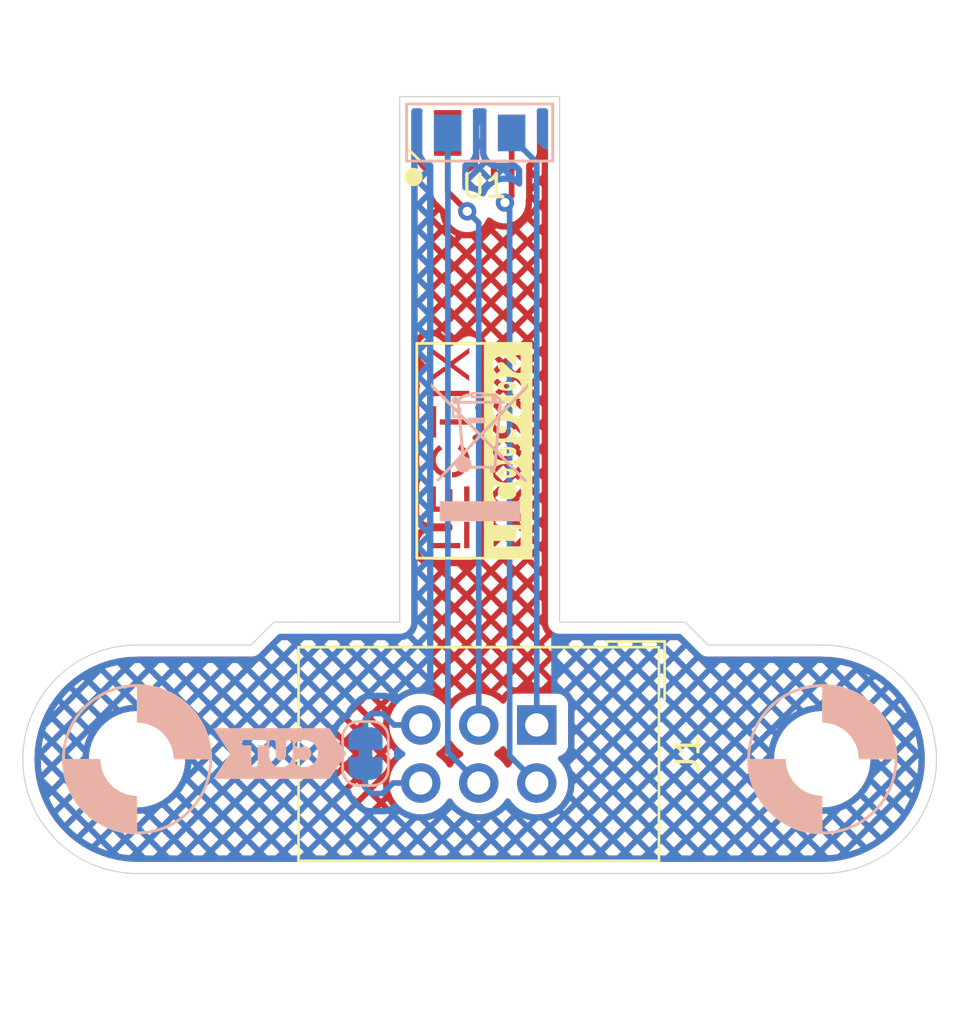
<source format=kicad_pcb>
(kicad_pcb (version 20211014) (generator pcbnew)
  (layers (0 "F.Cu" signal) (31 "B.Cu" signal) (34 "B.Paste" user) (35 "F.Paste" user) (36 "B.SilkS" user "B.Silkscreen") (37 "F.SilkS" user "F.Silkscreen") (38 "B.Mask" user) (39 "F.Mask" user) (44 "Edge.Cuts" user))
  (net 0 "")
  (net 1 "Net-(J1-Pad5)")
  (net 2 "Net-(J1-Pad2)")
  (net 3 "Net-(J1-Pad1)")
  (net 4 "Net-(J1-Pad3)")
  (net 5 "Net-(J1-Pad4)")
  (net 6 "GND")
  (footprint "0_mechanical:MountingHole_3.2mm_M3" (layer "F.Cu") (at 70 49)
    (fp_text reference "H1" hide)
    (fp_text value "MountingHole" hide)
    (fp_circle (center 0 0) (end 3.224903 0) (layer "B.SilkS") (width 0.12) (fill none))
    (fp_poly (pts (xy 0 -3.224903) (xy 0 -1.6) (xy 0.1 -1.6) (xy 0.5 -1.5) (xy 0.9 -1.3) (xy 1.3 -0.9) (xy 1.5 -0.5) (xy 1.6 -0.1) (xy 1.6 0) (xy 3.2 0) (xy 3.2 -0.5) (xy 3.1 -0.9) (xy 2.8 -1.6) (xy 2.3 -2.3) (xy 1.5 -2.9) (xy 0.5 -3.2)) (layer "B.SilkS") (width 0.01) (fill solid))
    (fp_poly (pts (xy 0 3.224903) (xy 0 1.6) (xy -0.1 1.6) (xy -0.5 1.5) (xy -0.9 1.3) (xy -1.3 0.9) (xy -1.5 0.5) (xy -1.6 0.1) (xy -1.6 0) (xy -3.2 0) (xy -3.2 0.5) (xy -3.1 0.9) (xy -2.8 1.6) (xy -2.3 2.3) (xy -1.5 2.9) (xy -0.5 3.2)) (layer "B.SilkS") (width 0.01) (fill solid))
    (fp_circle (center 0 0) (end 1.6 -2.8) (layer "F.SilkS") (width 0.12) (fill none))
    (fp_poly (pts (xy 0 -3.224903) (xy 0 -1.6) (xy 0.1 -1.6) (xy 0.5 -1.5) (xy 0.9 -1.3) (xy 1.3 -0.9) (xy 1.5 -0.5) (xy 1.6 -0.1) (xy 1.6 0) (xy 3.2 0) (xy 3.2 -0.5) (xy 3.1 -0.9) (xy 2.8 -1.6) (xy 2.3 -2.3) (xy 1.5 -2.9) (xy 0.5 -3.2)) (layer "F.SilkS") (width 0.01) (fill solid))
    (fp_poly (pts (xy 0 3.224903) (xy 0 1.6) (xy -0.1 1.6) (xy -0.5 1.5) (xy -0.9 1.3) (xy -1.3 0.9) (xy -1.5 0.5) (xy -1.6 0.1) (xy -1.6 0) (xy -3.2 0) (xy -3.2 0.5) (xy -3.1 0.9) (xy -2.8 1.6) (xy -2.3 2.3) (xy -1.5 2.9) (xy -0.5 3.2)) (layer "F.SilkS") (width 0.01) (fill solid))
    (pad "" np_thru_hole circle locked (at 0 0) (size 3.2 3.2) (drill 3.2) (layers *.Cu *.Mask))
  )
  (footprint "0_mechanical:MountingHole_3.2mm_M3" (layer "F.Cu") (at 100 49)
    (fp_text reference "H2" hide)
    (fp_text value "MountingHole" hide)
    (fp_circle (center 0 0) (end 3.224903 0) (layer "B.SilkS") (width 0.12) (fill none))
    (fp_poly (pts (xy 0 3.224903) (xy 0 1.6) (xy -0.1 1.6) (xy -0.5 1.5) (xy -0.9 1.3) (xy -1.3 0.9) (xy -1.5 0.5) (xy -1.6 0.1) (xy -1.6 0) (xy -3.2 0) (xy -3.2 0.5) (xy -3.1 0.9) (xy -2.8 1.6) (xy -2.3 2.3) (xy -1.5 2.9) (xy -0.5 3.2)) (layer "B.SilkS") (width 0.01) (fill solid))
    (fp_poly (pts (xy 0 -3.224903) (xy 0 -1.6) (xy 0.1 -1.6) (xy 0.5 -1.5) (xy 0.9 -1.3) (xy 1.3 -0.9) (xy 1.5 -0.5) (xy 1.6 -0.1) (xy 1.6 0) (xy 3.2 0) (xy 3.2 -0.5) (xy 3.1 -0.9) (xy 2.8 -1.6) (xy 2.3 -2.3) (xy 1.5 -2.9) (xy 0.5 -3.2)) (layer "B.SilkS") (width 0.01) (fill solid))
    (fp_circle (center 0 0) (end 1.6 -2.8) (layer "F.SilkS") (width 0.12) (fill none))
    (fp_poly (pts (xy 0 3.224903) (xy 0 1.6) (xy -0.1 1.6) (xy -0.5 1.5) (xy -0.9 1.3) (xy -1.3 0.9) (xy -1.5 0.5) (xy -1.6 0.1) (xy -1.6 0) (xy -3.2 0) (xy -3.2 0.5) (xy -3.1 0.9) (xy -2.8 1.6) (xy -2.3 2.3) (xy -1.5 2.9) (xy -0.5 3.2)) (layer "F.SilkS") (width 0.01) (fill solid))
    (fp_poly (pts (xy 0 -3.224903) (xy 0 -1.6) (xy 0.1 -1.6) (xy 0.5 -1.5) (xy 0.9 -1.3) (xy 1.3 -0.9) (xy 1.5 -0.5) (xy 1.6 -0.1) (xy 1.6 0) (xy 3.2 0) (xy 3.2 -0.5) (xy 3.1 -0.9) (xy 2.8 -1.6) (xy 2.3 -2.3) (xy 1.5 -2.9) (xy 0.5 -3.2)) (layer "F.SilkS") (width 0.01) (fill solid))
    (pad "" np_thru_hole circle locked (at 0 0) (size 3.2 3.2) (drill 3.2) (layers *.Cu *.Mask))
  )
  (footprint "Connector_IDC:IDC-Header_2x03_P2.54mm_Vertical" (layer "F.Cu") (at 87.5 47.5 -90)
    (fp_text reference "J1" (at 1.27 -6.604 90) (layer "F.SilkS"))
    (fp_text value "IDC-cable-6pin")
    (fp_line (start -3.405 -5.35) (end 5.945 -5.35) (layer "F.SilkS") (width 0.12))
    (fp_line (start -3.655 -5.6) (end -1.115 -5.6) (layer "F.SilkS") (width 0.12))
    (fp_line (start -3.405 10.43) (end -3.405 -5.35) (layer "F.SilkS") (width 0.12))
    (fp_line (start 5.945 10.43) (end -3.405 10.43) (layer "F.SilkS") (width 0.12))
    (fp_line (start 5.945 -5.35) (end 5.945 10.43) (layer "F.SilkS") (width 0.12))
    (fp_line (start -3.655 -5.6) (end -3.655 -3.06) (layer "F.SilkS") (width 0.12))
    (pad "1" thru_hole rect locked (at 0 0 270) (size 1.7272 1.7272) (drill 1.016) (layers *.Cu *.Mask) (net 3 "Net-(J1-Pad1)"))
    (pad "2" thru_hole oval locked (at 2.54 0 270) (size 1.7272 1.7272) (drill 1.016) (layers *.Cu *.Mask) (net 2 "Net-(J1-Pad2)"))
    (pad "3" thru_hole oval locked (at 0 2.54 270) (size 1.7272 1.7272) (drill 1.016) (layers *.Cu *.Mask) (net 4 "Net-(J1-Pad3)"))
    (pad "4" thru_hole oval locked (at 2.54 2.54 270) (size 1.7272 1.7272) (drill 1.016) (layers *.Cu *.Mask) (net 5 "Net-(J1-Pad4)"))
    (pad "5" thru_hole oval locked (at 0 5.08 270) (size 1.7272 1.7272) (drill 1.016) (layers *.Cu *.Mask) (net 1 "Net-(J1-Pad5)"))
    (pad "6" thru_hole oval locked (at 2.54 5.08 270) (size 1.7272 1.7272) (drill 1.016) (layers *.Cu *.Mask) (net 6 "GND"))
  )
  (footprint "0_logos:Logo_10mm" (layer "F.Cu") (at 83.693 35.5 90)
    (fp_text reference "LOGO1" hide)
    (fp_text value "logo_lectix_25mm" hide)
    (fp_poly (pts (xy -1.56718 0.85344) (xy -2.65938 0.85344) (xy -2.65938 0.62992) (xy -1.56718 0.62992) (xy -1.56718 0.85344)) (layer "F.Cu") (width 0.01) (fill solid))
    (fp_poly (pts (xy 4.376304 -0.819908) (xy 4.39485 -0.819812) (xy 4.508296 -0.81915) (xy 4.202148 -0.400817) (xy 4.172064 -0.359702) (xy 4.142787 -0.319675) (xy 4.114458 -0.280931) (xy 4.087217 -0.243662) (xy 4.061206 -0.20806) (xy 4.036566 -0.17432) (xy 4.013436 -0.142634) (xy 3.991957 -0.113194) (xy 3.972271 -0.086194) (xy 3.954518 -0.061828) (xy 3.938839 -0.040287) (xy 3.925374 -0.021764) (xy 3.914265 -0.006454) (xy 3.905651 0.005452) (xy 3.899674 0.01376) (xy 3.896474 0.018277) (xy 3.895946 0.019087) (xy 3.897407 0.021269) (xy 3.901707 0.02737) (xy 3.908703 0.037192) (xy 3.918256 0.050541) (xy 3.930224 0.06722) (xy 3.944465 0.087032) (xy 3.960838 0.109783) (xy 3.979202 0.135275) (xy 3.999416 0.163314) (xy 4.021337 0.193701) (xy 4.044825 0.226243) (xy 4.069739 0.260742) (xy 4.095938 0.297003) (xy 4.123279 0.334829) (xy 4.151622 0.374025) (xy 4.180825 0.414395) (xy 4.192671 0.430766) (xy 4.22219 0.471564) (xy 4.250913 0.511274) (xy 4.278699 0.549701) (xy 4.305405 0.586647) (xy 4.330889 0.621916) (xy 4.35501 0.65531) (xy 4.377626 0.686635) (xy 4.398595 0.715692) (xy 4.417775 0.742285) (xy 4.435025 0.766218) (xy 4.450202 0.787293) (xy 4.463164 0.805315) (xy 4.47377 0.820086) (xy 4.481878 0.831411) (xy 4.487346 0.839091) (xy 4.490033 0.842932) (xy 4.490296 0.843347) (xy 4.488016 0.843981) (xy 4.480822 0.844522) (xy 4.468878 0.844969) (xy 4.452349 0.845317) (xy 4.4314 0.845563) (xy 4.406196 0.845703) (xy 4.377266 0.845734) (xy 4.26339 0.845649) (xy 4.02209 0.51178) (xy 3.995526 0.475037) (xy 3.969765 0.439426) (xy 3.944965 0.405163) (xy 3.921283 0.372466) (xy 3.898876 0.34155) (xy 3.877902 0.312632) (xy 3.858517 0.285929) (xy 3.84088 0.261658) (xy 3.825147 0.240034) (xy 3.811475 0.221274) (xy 3.800023 0.205596) (xy 3.790948 0.193215) (xy 3.784406 0.184347) (xy 3.780556 0.179211) (xy 3.77952 0.177933) (xy 3.777906 0.17995) (xy 3.773455 0.185854) (xy 3.766324 0.195427) (xy 3.756674 0.208455) (xy 3.744661 0.224722) (xy 3.730447 0.24401) (xy 3.714188 0.266106) (xy 3.696044 0.290791) (xy 3.676173 0.317851) (xy 3.654734 0.34707) (xy 3.631887 0.378231) (xy 3.607789 0.411119) (xy 3.5826 0.445518) (xy 3.556477 0.481211) (xy 3.53568 0.509644) (xy 3.508925 0.546214) (xy 3.482965 0.581667) (xy 3.457961 0.615786) (xy 3.434072 0.648355) (xy 3.411458 0.679156) (xy 3.390279 0.707973) (xy 3.370693 0.734589) (xy 3.352863 0.758787) (xy 3.336946 0.78035) (xy 3.323102 0.799061) (xy 3.311493 0.814704) (xy 3.302276 0.827061) (xy 3.295613 0.835916) (xy 3.291662 0.841051) (xy 3.29057 0.842335) (xy 3.287574 0.842529) (xy 3.280025 0.84268) (xy 3.26845 0.842789) (xy 3.253375 0.842853) (xy 3.235327 0.84287) (xy 3.214833 0.842839) (xy 3.192419 0.842759) (xy 3.175648 0.842672) (xy 3.063267 0.84201) (xy 3.669225 0.01397) (xy 3.711717 -0.044093) (xy 3.753457 -0.101122) (xy 3.794343 -0.156981) (xy 3.834276 -0.211531) (xy 3.873154 -0.264637) (xy 3.910878 -0.316161) (xy 3.947347 -0.365964) (xy 3.982459 -0.413911) (xy 4.016115 -0.459864) (xy 4.048214 -0.503686) (xy 4.078655 -0.545239) (xy 4.107338 -0.584386) (xy 4.134162 -0.620989) (xy 4.159027 -0.654913) (xy 4.181832 -0.686019) (xy 4.202477 -0.714169) (xy 4.22086 -0.739228) (xy 4.236882 -0.761057) (xy 4.250441 -0.779519) (xy 4.261437 -0.794478) (xy 4.269771 -0.805795) (xy 4.27534 -0.813333) (xy 4.278045 -0.816956) (xy 4.278294 -0.817272) (xy 4.280129 -0.818064) (xy 4.284193 -0.818708) (xy 4.29086 -0.819211) (xy 4.300504 -0.819582) (xy 4.313497 -0.819829) (xy 4.330212 -0.819961) (xy 4.351024 -0.819984) (xy 4.376304 -0.819908)) (layer "F.Cu") (width 0.01) (fill solid))
    (fp_poly (pts (xy -1.56718 -0.61214) (xy -2.44094 -0.61214) (xy -2.44094 -0.29972) (xy -2.66446 -0.29972) (xy -2.66446 -0.83312) (xy -1.56718 -0.83312) (xy -1.56718 -0.61214)) (layer "F.Cu") (width 0.01) (fill solid))
    (fp_poly (pts (xy 2.61874 0.84582) (xy 2.39776 0.84582) (xy 2.39776 -0.8255) (xy 2.61874 -0.8255) (xy 2.61874 0.84582)) (layer "F.Cu") (width 0.01) (fill solid))
    (fp_poly (pts (xy -0.941598 0.135255) (xy -0.93688 0.184642) (xy -0.927286 0.233391) (xy -0.913012 0.281126) (xy -0.894257 0.327472) (xy -0.871216 0.372055) (xy -0.844087 0.4145) (xy -0.813067 0.454432) (xy -0.778352 0.491476) (xy -0.74014 0.525258) (xy -0.73406 0.530066) (xy -0.693962 0.558193) (xy -0.650655 0.582754) (xy -0.604786 0.603491) (xy -0.557001 0.620147) (xy -0.507946 0.632466) (xy -0.458267 0.640191) (xy -0.456939 0.640331) (xy -0.435583 0.641812) (xy -0.410988 0.642277) (xy -0.38483 0.641784) (xy -0.358784 0.640393) (xy -0.334525 0.638161) (xy -0.31496 0.635369) (xy -0.26458 0.623968) (xy -0.215829 0.608011) (xy -0.169027 0.587722) (xy -0.124494 0.563326) (xy -0.082553 0.53505) (xy -0.043523 0.503119) (xy -0.007725 0.467757) (xy 0.024521 0.429189) (xy 0.052893 0.387642) (xy 0.063459 0.36957) (xy 0.067764 0.361866) (xy 0.070977 0.356162) (xy 0.072419 0.35366) (xy 0.072428 0.353648) (xy 0.074718 0.354589) (xy 0.080966 0.357586) (xy 0.090622 0.362356) (xy 0.103134 0.368617) (xy 0.11795 0.376087) (xy 0.134518 0.384484) (xy 0.152288 0.393526) (xy 0.170709 0.40293) (xy 0.189227 0.412414) (xy 0.207292 0.421697) (xy 0.224353 0.430496) (xy 0.239857 0.43853) (xy 0.253254 0.445515) (xy 0.263992 0.45117) (xy 0.271519 0.455212) (xy 0.275284 0.45736) (xy 0.275579 0.457574) (xy 0.276342 0.459476) (xy 0.27565 0.462864) (xy 0.273236 0.468246) (xy 0.268829 0.47613) (xy 0.262161 0.487022) (xy 0.252963 0.501432) (xy 0.249532 0.50673) (xy 0.213745 0.557247) (xy 0.174233 0.604456) (xy 0.131253 0.648181) (xy 0.085061 0.688245) (xy 0.035915 0.724473) (xy -0.015929 0.75669) (xy -0.070214 0.784719) (xy -0.126683 0.808386) (xy -0.185078 0.827513) (xy -0.238614 0.840608) (xy -0.259549 0.844715) (xy -0.278693 0.847937) (xy -0.297214 0.850387) (xy -0.316279 0.852177) (xy -0.337056 0.853419) (xy -0.360714 0.854226) (xy -0.38481 0.854665) (xy -0.403035 0.85486) (xy -0.419929 0.85496) (xy -0.434719 0.854966) (xy -0.446633 0.85488) (xy -0.454897 0.854704) (xy -0.45847 0.854485) (xy -0.464358 0.853741) (xy -0.47369 0.85263) (xy -0.484862 0.851341) (xy -0.49022 0.850735) (xy -0.545997 0.842047) (xy -0.601993 0.828574) (xy -0.657599 0.810545) (xy -0.712206 0.788188) (xy -0.765203 0.761731) (xy -0.815981 0.731401) (xy -0.82423 0.725955) (xy -0.854202 0.705098) (xy -0.880956 0.684653) (xy -0.906058 0.663317) (xy -0.931073 0.63979) (xy -0.946282 0.624501) (xy -0.98848 0.577656) (xy -1.026384 0.528179) (xy -1.059914 0.476236) (xy -1.088986 0.421994) (xy -1.113518 0.365618) (xy -1.133426 0.307274) (xy -1.148629 0.247129) (xy -1.156813 0.201477) (xy -1.15802 0.192261) (xy -1.159423 0.17981) (xy -1.160913 0.165307) (xy -1.162382 0.149937) (xy -1.163719 0.134885) (xy -1.164815 0.121334) (xy -1.165562 0.11047) (xy -1.16585 0.103505) (xy -1.163398 0.103107) (xy -1.156379 0.102738) (xy -1.145308 0.102405) (xy -1.130696 0.102119) (xy -1.113059 0.101886) (xy -1.092909 0.101717) (xy -1.070759 0.10162) (xy -1.054481 0.1016) (xy -0.943101 0.1016) (xy -0.941598 0.135255)) (layer "F.Cu") (width 0.01) (fill solid))
    (fp_poly (pts (xy -4.0386 0.45212) (xy -4.25958 0.45212) (xy -4.25958 -0.82296) (xy -4.0386 -0.82296) (xy -4.0386 0.45212)) (layer "F.Cu") (width 0.01) (fill solid))
    (fp_poly (pts (xy -3.1115 0.85344) (xy -4.25958 0.85344) (xy -4.25958 0.62992) (xy -3.1115 0.62992) (xy -3.1115 0.85344)) (layer "F.Cu") (width 0.01) (fill solid))
    (fp_poly (pts (xy 1.3716 0.84582) (xy 1.15062 0.84582) (xy 1.15062 -0.43688) (xy 1.3716 -0.43688) (xy 1.3716 0.84582)) (layer "F.Cu") (width 0.01) (fill solid))
    (fp_poly (pts (xy -1.68148 0.10922) (xy -2.44094 0.10922) (xy -2.44094 0.45212) (xy -2.66192 0.45212) (xy -2.66192 -0.1143) (xy -1.68148 -0.1143) (xy -1.68148 0.10922)) (layer "F.Cu") (width 0.01) (fill solid))
    (fp_poly (pts (xy -0.373791 -0.828885) (xy -0.352051 -0.828102) (xy -0.333524 -0.826865) (xy -0.32512 -0.825987) (xy -0.263464 -0.815889) (xy -0.203518 -0.801142) (xy -0.145498 -0.78188) (xy -0.08962 -0.75824) (xy -0.036099 -0.730358) (xy 0.01485 -0.698368) (xy 0.063012 -0.662408) (xy 0.108171 -0.622612) (xy 0.150111 -0.579116) (xy 0.188617 -0.532056) (xy 0.223475 -0.481567) (xy 0.224753 -0.479538) (xy 0.23095 -0.469396) (xy 0.235873 -0.460824) (xy 0.239032 -0.454716) (xy 0.239933 -0.451966) (xy 0.239927 -0.451954) (xy 0.237616 -0.450206) (xy 0.231584 -0.446064) (xy 0.222376 -0.439884) (xy 0.210541 -0.432024) (xy 0.196627 -0.422841) (xy 0.181181 -0.412692) (xy 0.16475 -0.401934) (xy 0.147883 -0.390925) (xy 0.131127 -0.380021) (xy 0.115029 -0.369581) (xy 0.100138 -0.359961) (xy 0.087 -0.351518) (xy 0.076165 -0.34461) (xy 0.068178 -0.339593) (xy 0.063588 -0.336826) (xy 0.062794 -0.336416) (xy 0.059968 -0.337282) (xy 0.055905 -0.341905) (xy 0.050305 -0.350661) (xy 0.047184 -0.356086) (xy 0.030089 -0.383572) (xy 0.009427 -0.411998) (xy -0.013771 -0.440148) (xy -0.038472 -0.466803) (xy -0.063644 -0.490746) (xy -0.07552 -0.50086) (xy -0.116154 -0.530828) (xy -0.159753 -0.556873) (xy -0.205804 -0.578774) (xy -0.253792 -0.59631) (xy -0.303203 -0.60926) (xy -0.343548 -0.616187) (xy -0.365054 -0.618232) (xy -0.389779 -0.619278) (xy -0.41624 -0.619363) (xy -0.442955 -0.61852) (xy -0.468443 -0.616786) (xy -0.491221 -0.614196) (xy -0.502174 -0.612397) (xy -0.552714 -0.600392) (xy -0.601225 -0.583901) (xy -0.647466 -0.563143) (xy -0.691196 -0.538334) (xy -0.732174 -0.509692) (xy -0.770159 -0.477434) (xy -0.80491 -0.441777) (xy -0.836186 -0.402938) (xy -0.863748 -0.361136) (xy -0.887352 -0.316587) (xy -0.90676 -0.269508) (xy -0.916801 -0.238379) (xy -0.927444 -0.193948) (xy -0.934072 -0.147895) (xy -0.936568 -0.109855) (xy -0.937972 -0.06858) (xy -1.158969 -0.06858) (xy -1.157493 -0.113665) (xy -1.153049 -0.173235) (xy -1.143761 -0.231781) (xy -1.129804 -0.289055) (xy -1.111357 -0.344808) (xy -1.088595 -0.398794) (xy -1.061694 -0.450761) (xy -1.030832 -0.500463) (xy -0.996184 -0.547651) (xy -0.957927 -0.592077) (xy -0.916238 -0.63349) (xy -0.871292 -0.671645) (xy -0.823267 -0.706291) (xy -0.772339 -0.73718) (xy -0.718684 -0.764064) (xy -0.6858 -0.777954) (xy -0.632923 -0.796535) (xy -0.578211 -0.811237) (xy -0.520795 -0.822284) (xy -0.50546 -0.824566) (xy -0.489281 -0.826312) (xy -0.469218 -0.827661) (xy -0.446456 -0.828601) (xy -0.422175 -0.829125) (xy -0.397559 -0.829223) (xy -0.373791 -0.828885)) (layer "F.Cu") (width 0.01) (fill solid))
    (fp_poly (pts (xy 1.95072 -0.60452) (xy 0.58166 -0.60452) (xy 0.58166 -0.8255) (xy 1.95072 -0.8255) (xy 1.95072 -0.60452)) (layer "F.Cu") (width 0.01) (fill solid))
    (fp_poly (pts (xy 3.260968 -0.8255) (xy 3.466269 -0.542956) (xy 3.490799 -0.509165) (xy 3.514493 -0.476463) (xy 3.53718 -0.445091) (xy 3.558689 -0.415286) (xy 3.578848 -0.387289) (xy 3.597487 -0.361337) (xy 3.614435 -0.337671) (xy 3.62952 -0.31653) (xy 3.642571 -0.298152) (xy 3.653418 -0.282777) (xy 3.661889 -0.270644) (xy 3.667814 -0.261991) (xy 3.671021 -0.257058) (xy 3.67157 -0.255979) (xy 3.670129 -0.252999) (xy 3.666077 -0.246561) (xy 3.659817 -0.237221) (xy 3.651755 -0.225539) (xy 3.642293 -0.212072) (xy 3.631838 -0.197378) (xy 3.620793 -0.182016) (xy 3.609562 -0.166543) (xy 3.598551 -0.151517) (xy 3.588162 -0.137496) (xy 3.578801 -0.125038) (xy 3.570872 -0.114702) (xy 3.564779 -0.107045) (xy 3.560927 -0.102625) (xy 3.55981 -0.101753) (xy 3.558071 -0.103777) (xy 3.553504 -0.109705) (xy 3.546264 -0.119329) (xy 3.536502 -0.132439) (xy 3.524373 -0.148826) (xy 3.510029 -0.168281) (xy 3.493625 -0.190595) (xy 3.475313 -0.215558) (xy 3.455247 -0.242963) (xy 3.433579 -0.272598) (xy 3.410465 -0.304257) (xy 3.386056 -0.337728) (xy 3.360506 -0.372804) (xy 3.333968 -0.409276) (xy 3.306596 -0.446933) (xy 3.29819 -0.458507) (xy 3.270558 -0.496555) (xy 3.243707 -0.533532) (xy 3.217789 -0.569228) (xy 3.19296 -0.603428) (xy 3.169374 -0.635919) (xy 3.147186 -0.666489) (xy 3.126549 -0.694925) (xy 3.107618 -0.721015) (xy 3.090548 -0.744544) (xy 3.075493 -0.765301) (xy 3.062608 -0.783073) (xy 3.052047 -0.797646) (xy 3.043964 -0.808808) (xy 3.038514 -0.816346) (xy 3.035851 -0.820048) (xy 3.035625 -0.82037) (xy 3.034877 -0.821583) (xy 3.034715 -0.822588) (xy 3.035563 -0.823405) (xy 3.037844 -0.824053) (xy 3.041981 -0.824551) (xy 3.048399 -0.824919) (xy 3.057522 -0.825177) (xy 3.069772 -0.825345) (xy 3.085573 -0.825441) (xy 3.105349 -0.825486) (xy 3.129525 -0.8255) (xy 3.146554 -0.825501) (xy 3.260968 -0.8255)) (layer "F.Cu") (width 0.01) (fill solid))
  )
  (footprint "0_ITR:DY-ITR20001_edge" (layer "F.Cu") (at 85 20.32)
    (fp_text reference "U1" (at 0.2 3.6) (layer "F.SilkS"))
    (fp_text value "DY-ITR20001")
    (fp_line (start 3.2 2.5) (end -3.2 2.5) (layer "B.SilkS") (width 0.12))
    (fp_line (start -3.2 2.5) (end -3.2 0) (layer "B.SilkS") (width 0.12))
    (fp_line (start 3.2 0) (end 3.2 2.5) (layer "B.SilkS") (width 0.12))
    (fp_line (start -3.2 0) (end 3.2 0) (layer "B.SilkS") (width 0.12))
    (fp_line (start -3.2 1.9) (end -2.6 2.5) (layer "F.SilkS") (width 0.12))
    (fp_line (start -3.2 1.9) (end -3.2 0) (layer "F.SilkS") (width 0.12))
    (fp_line (start 3.2 2.5) (end -2.6 2.5) (layer "F.SilkS") (width 0.12))
    (fp_line (start -3.2 0) (end 3.2 0) (layer "F.SilkS") (width 0.12))
    (fp_line (start 3.2 0) (end 3.2 2.5) (layer "F.SilkS") (width 0.12))
    (fp_circle (center -2.9 3.2) (end -2.7 3.2) (layer "F.SilkS") (width 0.4) (fill none))
    (pad "1" connect rect locked (at 1.4 1.27) (size 1.2 1.6) (layers "B.Cu" "B.Mask") (net 3 "Net-(J1-Pad1)"))
    (pad "2" connect rect locked (at 1.4 1.27) (size 1.2 1.6) (layers "F.Cu" "F.Mask") (net 2 "Net-(J1-Pad2)"))
    (pad "3" connect rect locked (at -1.4 1.27) (size 1.2 2) (layers "F.Cu" "F.Mask") (net 4 "Net-(J1-Pad3)"))
    (pad "4" connect rect locked (at -1.4 1.27) (size 1.2 1.6) (layers "B.Cu" "B.Mask") (net 5 "Net-(J1-Pad4)"))
  )
  (footprint "kikit:Tab" (layer "F.Cu") (at 95.25 54.25 90)
    (fp_text reference "REF**" hide)
    (fp_text value "Tab")
  )
  (footprint "kikit:Tab" (layer "F.Cu") (at 74.5 54.25 90)
    (fp_text reference "REF**" hide)
    (fp_text value "Tab")
  )
  (footprint "kibuzzard-6239F921" (layer "F.Cu") (at 86.2 35.5 90)
    (fp_text reference "kibuzzard-6239F921" hide)
    (fp_text value "G***" hide)
    (fp_poly (pts (xy 0.166688 0) (xy 0.075248 -0.01905) (xy 0.04572 0.069533) (xy -0.029528 0.10668) (xy -0.107633 0.069533) (xy -0.136208 -0.01905) (xy -0.107633 -0.108585) (xy -0.029528 -0.146685) (xy 0.04572 -0.108585) (xy 0.075248 -0.01905) (xy 0.166688 0) (xy 0.161078 -0.123931) (xy 0.144251 -0.226483) (xy 0.116205 -0.307658) (xy 0.054054 -0.386953) (xy -0.031433 -0.413385) (xy -0.115729 -0.386953) (xy -0.178118 -0.307658) (xy -0.206693 -0.226483) (xy -0.223838 -0.123931) (xy -0.229553 0) (xy -0.223838 0.124989) (xy -0.206693 0.228177) (xy -0.178118 0.309563) (xy -0.115729 0.388858) (xy -0.031433 0.41529) (xy 0.054054 0.388858) (xy 0.116205 0.309563) (xy 0.144251 0.228177) (xy 0.161078 0.124989) (xy 0.166688 0)) (layer "F.SilkS") (width 0) (fill solid))
    (fp_poly (pts (xy -0.785813 0) (xy -0.877253 -0.01905) (xy -0.90678 0.069533) (xy -0.982028 0.10668) (xy -1.060133 0.069533) (xy -1.088708 -0.01905) (xy -1.060133 -0.108585) (xy -0.982028 -0.146685) (xy -0.90678 -0.108585) (xy -0.877253 -0.01905) (xy -0.785813 0) (xy -0.791422 -0.123931) (xy -0.808249 -0.226483) (xy -0.836295 -0.307658) (xy -0.898446 -0.386953) (xy -0.983933 -0.413385) (xy -1.068229 -0.386953) (xy -1.130618 -0.307658) (xy -1.159193 -0.226483) (xy -1.176338 -0.123931) (xy -1.182053 0) (xy -1.176338 0.124989) (xy -1.159193 0.228177) (xy -1.130618 0.309563) (xy -1.068229 0.388858) (xy -0.983933 0.41529) (xy -0.898446 0.388858) (xy -0.836295 0.309563) (xy -0.808249 0.228177) (xy -0.791422 0.124989) (xy -0.785813 0)) (layer "F.SilkS") (width 0) (fill solid))
    (fp_poly (pts (xy 0.942023 -0.03429) (xy 1.018223 -0.04191) (xy 1.082993 -0.062865) (xy 1.08585 -0.100013) (xy 1.086803 -0.142875) (xy 1.07823 -0.239078) (xy 1.049655 -0.32766) (xy 0.996315 -0.39243) (xy 0.913448 -0.417195) (xy 0.84201 -0.401003) (xy 0.794385 -0.35814) (xy 0.767715 -0.295275) (xy 0.759143 -0.219075) (xy 0.801053 -0.081915) (xy 0.85725 -0.046196) (xy 0.942023 -0.03429)) (layer "F.SilkS") (width 0) (fill solid))
    (fp_poly (pts (xy -4.319323 -1.014095) (xy -4.182428 -0.58674) (xy -3.946208 -0.58674) (xy -3.946208 0.398145) (xy -3.441383 0.398145) (xy -3.245168 0.592455) (xy -3.245168 -0.58674) (xy -2.530793 -0.58674) (xy -2.530793 -0.39243) (xy -3.010853 -0.39243) (xy -3.010853 -0.127635) (xy -2.593658 -0.127635) (xy -2.593658 0.066675) (xy -3.010853 0.066675) (xy -3.010853 0.398145) (xy -2.488883 0.398145) (xy -2.488883 0.592455) (xy -3.245168 0.592455) (xy -3.441383 0.398145) (xy -3.441383 0.592455) (xy -4.182428 0.592455) (xy -4.182428 -0.58674) (xy -4.319323 -1.014095) (xy -4.716198 -1.014095) (xy -4.716198 1.014095) (xy -1.848803 0.61722) (xy -2.002049 0.59944) (xy -2.129049 0.5461) (xy -2.229803 0.4572) (xy -2.28731 0.368737) (xy -2.328386 0.263366) (xy -2.353032 0.141089) (xy -2.361248 0.001905) (xy -2.351246 -0.136684) (xy -2.321243 -0.25908) (xy -2.273379 -0.364569) (xy -2.2098 -0.452438) (xy -2.131695 -0.52197) (xy -2.040255 -0.572453) (xy -1.937623 -0.603171) (xy -1.825943 -0.61341) (xy -1.712595 -0.602933) (xy -1.624013 -0.57912) (xy -1.560195 -0.550545) (xy -1.521143 -0.527685) (xy -1.582103 -0.340995) (xy -1.68783 -0.389573) (xy -1.829753 -0.409575) (xy -1.937385 -0.389573) (xy -1.38684 -0.144542) (xy -1.366838 -0.269558) (xy -1.3335 -0.375047) (xy -1.286828 -0.46101) (xy -1.205759 -0.545677) (xy -1.104794 -0.596477) (xy -0.983933 -0.61341) (xy -0.861166 -0.596583) (xy -0.759566 -0.5461) (xy -0.679133 -0.461963) (xy -0.633293 -0.376297) (xy -0.414338 -0.269558) (xy -0.381 -0.375047) (xy -0.334328 -0.46101) (xy -0.253259 -0.545677) (xy -0.152294 -0.596477) (xy -0.031433 -0.61341) (xy 0.091334 -0.596583) (xy 0.192934 -0.5461) (xy 0.273368 -0.461963) (xy 0.319207 -0.376297) (xy 0.351949 -0.270748) (xy 0.371594 -0.145316) (xy 0.378143 0) (xy 0.736283 0.130493) (xy 0.618173 0.04953) (xy 0.551498 -0.069533) (xy 0.530543 -0.215265) (xy 0.554355 -0.355283) (xy 0.62484 -0.484823) (xy 0.741998 -0.580073) (xy 0.818674 -0.607933) (xy 0.907733 -0.61722) (xy 1.029441 -0.602403) (xy 1.130406 -0.557953) (xy 1.210628 -0.48387) (xy 1.268836 -0.383328) (xy 1.595438 -0.29337) (xy 1.479233 -0.4572) (xy 1.561386 -0.526733) (xy 1.655445 -0.57531) (xy 1.755219 -0.603885) (xy 1.854518 -0.61341) (xy 1.993583 -0.592455) (xy 2.111693 -0.52959) (xy 2.193608 -0.423863) (xy 2.224088 -0.276225) (xy 2.201228 -0.159068) (xy 2.140268 -0.04953) (xy 2.416493 0) (xy 2.42316 -0.144542) (xy 2.443163 -0.269558) (xy 2.4765 -0.375047) (xy 2.523173 -0.46101) (xy 2.604241 -0.545677) (xy 2.705206 -0.596477) (xy 2.826068 -0.61341) (xy 2.948834 -0.596583) (xy 3.050434 -0.5461) (xy 3.130868 -0.461963) (xy 3.176707 -0.376297) (xy 3.209449 -0.270748) (xy 3.229094 -0.145316) (xy 3.235643 0) (xy 3.229094 0.146209) (xy 3.209449 0.272415) (xy 3.176707 0.378619) (xy 3.130868 0.46482) (xy 3.050434 0.549487) (xy 2.948834 0.600287) (xy 2.826068 0.61722) (xy 2.703301 0.600287) (xy 2.601701 0.549487) (xy 2.521268 0.46482) (xy 2.475428 0.378619) (xy 2.442686 0.272415) (xy 2.423041 0.146209) (xy 2.416493 0) (xy 2.140268 -0.04953) (xy 2.054543 0.05334) (xy 1.957388 0.14859) (xy 1.900238 0.202883) (xy 1.839278 0.267653) (xy 1.7907 0.33528) (xy 1.770698 0.398145) (xy 2.277428 0.398145) (xy 2.277428 0.592455) (xy 1.507808 0.592455) (xy 1.503045 0.54483) (xy 1.503998 0.504825) (xy 1.512808 0.413385) (xy 1.53924 0.329565) (xy 1.579245 0.252651) (xy 1.628775 0.181928) (xy 1.684973 0.116681) (xy 1.74498 0.056198) (xy 1.804988 -0.000714) (xy 1.861185 -0.055245) (xy 1.95072 -0.158115) (xy 1.985963 -0.25908) (xy 1.942148 -0.370523) (xy 1.831658 -0.409575) (xy 1.715453 -0.382905) (xy 1.595438 -0.29337) (xy 1.268836 -0.383328) (xy 1.303761 -0.259503) (xy 1.315403 -0.112395) (xy 1.30302 0.049292) (xy 1.265873 0.191453) (xy 1.205627 0.313134) (xy 1.12395 0.413385) (xy 1.022032 0.492204) (xy 0.901065 0.549593) (xy 0.763191 0.584597) (xy 0.610553 0.596265) (xy 0.602933 0.394335) (xy 0.747236 0.376952) (xy 0.875348 0.328613) (xy 0.977741 0.246459) (xy 1.044893 0.127635) (xy 0.911543 0.16002) (xy 0.816293 0.152638) (xy 0.736283 0.130493) (xy 0.378143 0) (xy 0.371594 0.146209) (xy 0.351949 0.272415) (xy 0.319207 0.378619) (xy 0.273368 0.46482) (xy 0.192934 0.549487) (xy 0.091334 0.600287) (xy -0.031433 0.61722) (xy -0.154199 0.600287) (xy -0.255799 0.549487) (xy -0.336233 0.46482) (xy -0.382072 0.378619) (xy -0.414814 0.272415) (xy -0.434459 0.146209) (xy -0.441008 0) (xy -0.43434 -0.144542) (xy -0.414338 -0.269558) (xy -0.633293 -0.376297) (xy -0.600551 -0.270748) (xy -0.580906 -0.145316) (xy -0.574358 0) (xy -0.580906 0.146209) (xy -0.600551 0.272415) (xy -0.633293 0.378619) (xy -0.679133 0.46482) (xy -0.759566 0.549487) (xy -0.861166 0.600287) (xy -0.983933 0.61722) (xy -1.106699 0.600287) (xy -1.208299 0.549487) (xy -1.288733 0.46482) (xy -1.334572 0.378619) (xy -1.367314 0.272415) (xy -1.386959 0.146209) (xy -1.393508 0) (xy -1.38684 -0.144542) (xy -1.937385 -0.389573) (xy -2.03073 -0.322898) (xy -2.097405 -0.19812) (xy -2.116693 -0.11049) (xy -2.123123 -0.00381) (xy -2.115397 0.120333) (xy -2.092219 0.22352) (xy -2.05359 0.305753) (xy -1.961912 0.386477) (xy -1.825943 0.413385) (xy -1.674495 0.39243) (xy -1.578293 0.35052) (xy -1.519238 0.535305) (xy -1.65354 0.591503) (xy -1.744742 0.610791) (xy -1.848803 0.61722) (xy -4.716198 1.014095) (xy -4.319323 1.014095) (xy 4.319323 1.014095) (xy 4.129088 -0.276225) (xy 4.106228 -0.159068) (xy 4.045267 -0.04953) (xy 3.959543 0.05334) (xy 3.862388 0.14859) (xy 3.805238 0.202883) (xy 3.744278 0.267653) (xy 3.6957 0.33528) (xy 3.675698 0.398145) (xy 4.182428 0.398145) (xy 4.182428 0.592455) (xy 3.412808 0.592455) (xy 3.408045 0.54483) (xy 3.408998 0.504825) (xy 3.417808 0.413385) (xy 3.44424 0.329565) (xy 3.484245 0.252651) (xy 3.533775 0.181928) (xy 3.589973 0.116681) (xy 3.64998 0.056198) (xy 3.709988 -0.000714) (xy 3.766185 -0.055245) (xy 3.85572 -0.158115) (xy 3.890963 -0.25908) (xy 3.847148 -0.370523) (xy 3.736658 -0.409575) (xy 3.620453 -0.382905) (xy 3.500438 -0.29337) (xy 3.384233 -0.4572) (xy 3.466386 -0.526733) (xy 3.560445 -0.57531) (xy 3.660219 -0.603885) (xy 3.759518 -0.61341) (xy 3.898583 -0.592455) (xy 4.016693 -0.52959) (xy 4.098608 -0.423863) (xy 4.129088 -0.276225) (xy 4.319323 1.014095) (xy 4.716198 1.014095) (xy 4.716198 -1.014095) (xy 4.319323 -1.014095) (xy -4.319323 -1.014095)) (layer "F.SilkS") (width 0) (fill solid))
    (fp_poly (pts (xy 3.024188 0) (xy 2.932748 -0.01905) (xy 2.90322 0.069533) (xy 2.827973 0.10668) (xy 2.749868 0.069533) (xy 2.721293 -0.01905) (xy 2.749868 -0.108585) (xy 2.827973 -0.146685) (xy 2.90322 -0.108585) (xy 2.932748 -0.01905) (xy 3.024188 0) (xy 3.018578 -0.123931) (xy 3.001751 -0.226483) (xy 2.973705 -0.307658) (xy 2.911554 -0.386953) (xy 2.826068 -0.413385) (xy 2.741771 -0.386953) (xy 2.679383 -0.307658) (xy 2.650808 -0.226483) (xy 2.633663 -0.123931) (xy 2.627948 0) (xy 2.633663 0.124989) (xy 2.650808 0.228177) (xy 2.679383 0.309563) (xy 2.741771 0.388858) (xy 2.826068 0.41529) (xy 2.911554 0.388858) (xy 2.973705 0.309563) (xy 3.001751 0.228177) (xy 3.018578 0.124989) (xy 3.024188 0)) (layer "F.SilkS") (width 0) (fill solid))
  )
  (footprint "Symbol:WEEE-Logo_4.2x6mm_SilkScreen" (layer "B.Cu") (at 85 35.56 180)
    (fp_text reference "REF**" hide)
    (fp_text value "WEEE-Logo_4.2x6mm_SilkScreen" hide)
    (fp_poly (pts (xy 2.12443 2.935152) (xy 2.123811 2.848069) (xy 1.672086 2.389109) (xy 1.220361 1.930148) (xy 1.220032 1.719529) (xy 1.219703 1.508911) (xy 0.94461 1.508911) (xy 0.937522 1.45547) (xy 0.934838 1.431112) (xy 0.930313 1.385241) (xy 0.924191 1.320595) (xy 0.916712 1.239909) (xy 0.908119 1.145919) (xy 0.898654 1.041363) (xy 0.888558 0.928975) (xy 0.878074 0.811493) (xy 0.867444 0.691652) (xy 0.856909 0.572189) (xy 0.846713 0.455841) (xy 0.837095 0.345343) (xy 0.8283 0.243431) (xy 0.820568 0.152842) (xy 0.814142 0.076313) (xy 0.809263 0.016579) (xy 0.806175 -0.023624) (xy 0.805117 -0.041559) (xy 0.805118 -0.041644) (xy 0.812827 -0.056035) (xy 0.835981 -0.085748) (xy 0.874895 -0.131131) (xy 0.929884 -0.192529) (xy 1.001264 -0.270288) (xy 1.089349 -0.364754) (xy 1.194454 -0.476272) (xy 1.316895 -0.605188) (xy 1.35131 -0.641287) (xy 1.897137 -1.213416) (xy 1.808881 -1.301436) (xy 1.737485 -1.223758) (xy 1.711366 -1.195686) (xy 1.670566 -1.152274) (xy 1.617777 -1.096366) (xy 1.555691 -1.030808) (xy 1.487 -0.958441) (xy 1.414396 -0.882112) (xy 1.37096 -0.836524) (xy 1.289416 -0.751119) (xy 1.223504 -0.68271) (xy 1.171544 -0.630053) (xy 1.131855 -0.591905) (xy 1.102757 -0.56702) (xy 1.082569 -0.554156) (xy 1.06961 -0.552068) (xy 1.0622 -0.559513) (xy 1.058658 -0.575246) (xy 1.057303 -0.598023) (xy 1.057121 -0.604239) (xy 1.047703 -0.647061) (xy 1.024497 -0.698819) (xy 0.992136 -0.751328) (xy 0.955252 -0.796403) (xy 0.940493 -0.810328) (xy 0.864767 -0.859047) (xy 0.776308 -0.886306) (xy 0.6981 -0.892773) (xy 0.609468 -0.880576) (xy 0.527612 -0.844813) (xy 0.455164 -0.786722) (xy 0.441797 -0.772262) (xy 0.392918 -0.716733) (xy -0.452674 -0.716733) (xy -0.452674 -0.892773) (xy -0.67901 -0.892773) (xy -0.67901 -0.810531) (xy -0.68185 -0.754386) (xy -0.691393 -0.715416) (xy -0.702991 -0.694219) (xy -0.711277 -0.679052) (xy -0.718373 -0.657062) (xy -0.724748 -0.624987) (xy -0.730872 -0.579569) (xy -0.737216 -0.517548) (xy -0.74425 -0.435662) (xy -0.749066 -0.374746) (xy -0.771161 -0.089343) (xy -1.313565 -0.638805) (xy -1.411637 -0.738228) (xy -1.505784 -0.833815) (xy -1.594285 -0.92381) (xy -1.67542 -1.006457) (xy -1.747469 -1.080001) (xy -1.808712 -1.142684) (xy -1.857427 -1.192752) (xy -1.891896 -1.228448) (xy -1.910379 -1.247995) (xy -1.940743 -1.278944) (xy -1.966071 -1.30053) (xy -1.979695 -1.307723) (xy -1.997095 -1.299297) (xy -2.02246 -1.278245) (xy -2.031058 -1.269671) (xy -2.067514 -1.23162) (xy -1.866802 -1.027658) (xy -1.815596 -0.975699) (xy -1.749569 -0.90882) (xy -1.671618 -0.82995) (xy -1.584638 -0.742014) (xy -1.491526 -0.647941) (xy -1.395179 -0.550658) (xy -1.298492 -0.453093) (xy -1.229134 -0.383145) (xy -1.123703 -0.27655) (xy -1.035129 -0.186307) (xy -0.962281 -0.111192) (xy -0.904023 -0.049986) (xy -0.859225 -0.001466) (xy -0.837021 0.023871) (xy -0.658724 0.023871) (xy -0.636401 -0.261555) (xy -0.629669 -0.345219) (xy -0.623157 -0.421727) (xy -0.617234 -0.487081) (xy -0.612268 -0.537281) (xy -0.608629 -0.568329) (xy -0.607458 -0.575273) (xy -0.600838 -0.603565) (xy 0.348636 -0.603565) (xy 0.354974 -0.524606) (xy 0.37411 -0.431315) (xy 0.414154 -0.348791) (xy 0.472582 -0.280038) (xy 0.546871 -0.228063) (xy 0.630252 -0.196863) (xy 0.657302 -0.182228) (xy 0.670844 -0.150819) (xy 0.671128 -0.149434) (xy 0.672753 -0.136174) (xy 0.670744 -0.122595) (xy 0.663142 -0.106181) (xy 0.647984 -0.084411) (xy 0.623312 -0.054767) (xy 0.587164 -0.014732) (xy 0.53758 0.038215) (xy 0.472599 0.106591) (xy 0.468401 0.110995) (xy 0.398507 0.184389) (xy 0.3242 0.262563) (xy 0.250586 0.340136) (xy 0.182771 0.411725) (xy 0.12586 0.471949) (xy 0.113168 0.485413) (xy 0.064513 0.53618) (xy 0.021291 0.579625) (xy -0.013395 0.612759) (xy -0.036444 0.632595) (xy -0.044182 0.636954) (xy -0.055722 0.62783) (xy -0.08271 0.6028) (xy -0.123021 0.563948) (xy -0.174529 0.513357) (xy -0.235109 0.453112) (xy -0.302636 0.385296) (xy -0.357826 0.329435) (xy -0.658724 0.023871) (xy -0.837021 0.023871) (xy -0.826751 0.035589) (xy -0.805471 0.062401) (xy -0.794251 0.080192) (xy -0.791754 0.08843) (xy -0.7927 0.10641) (xy -0.795573 0.147108) (xy -0.800187 0.208181) (xy -0.806358 0.287287) (xy -0.813898 0.382086) (xy -0.822621 0.490233) (xy -0.832343 0.609388) (xy -0.842876 0.737209) (xy -0.851365 0.839365) (xy -0.899396 1.415326) (xy -0.775805 1.415326) (xy -0.775273 1.402896) (xy -0.772769 1.36789) (xy -0.768496 1.312785) (xy -0.762653 1.240057) (xy -0.755443 1.152186) (xy -0.747066 1.051649) (xy -0.737723 0.940923) (xy -0.728758 0.835795) (xy -0.718602 0.716517) (xy -0.709142 0.60392) (xy -0.700596 0.500695) (xy -0.693179 0.409527) (xy -0.687108 0.333105) (xy -0.682601 0.274117) (xy -0.679873 0.235251) (xy -0.679116 0.220156) (xy -0.677935 0.210762) (xy -0.673256 0.207034) (xy -0.663276 0.210529) (xy -0.64619 0.222801) (xy -0.620196 0.245406) (xy -0.58349 0.2799) (xy -0.534267 0.327838) (xy -0.470726 0.390776) (xy -0.403305 0.458032) (xy -0.127601 0.733523) (xy -0.129533 0.735594) (xy 0.05271 0.735594) (xy 0.061016 0.72422) (xy 0.084267 0.697437) (xy 0.120135 0.657708) (xy 0.166287 0.607493) (xy 0.220394 0.549254) (xy 0.280126 0.485453) (xy 0.343152 0.418551) (xy 0.407142 0.35101) (xy 0.469764 0.28529) (xy 0.52869 0.223854) (xy 0.581588 0.169163) (xy 0.626128 0.123678) (xy 0.65998 0.089862) (xy 0.680812 0.070174) (xy 0.686494 0.066163) (xy 0.688366 0.079109) (xy 0.692254 0.114866) (xy 0.697943 0.171196) (xy 0.705219 0.24586) (xy 0.713869 0.33662) (xy 0.723678 0.441238) (xy 0.734434 0.557474) (xy 0.745921 0.683092) (xy 0.755093 0.784382) (xy 0.766826 0.915721) (xy 0.777665 1.039448) (xy 0.78743 1.153319) (xy 0.795937 1.255089) (xy 0.803005 1.342513) (xy 0.808451 1.413347) (xy 0.812092 1.465347) (xy 0.813747 1.496268) (xy 0.813558 1.504297) (xy 0.803666 1.497146) (xy 0.778476 1.474159) (xy 0.74019 1.437561) (xy 0.691011 1.389578) (xy 0.633139 1.332434) (xy 0.568778 1.268353) (xy 0.500129 1.199562) (xy 0.429395 1.128284) (xy 0.358778 1.056745) (xy 0.29048 0.98717) (xy 0.226704 0.921783) (xy 0.16965 0.862809) (xy 0.121522 0.812473) (xy 0.084522 0.773001) (xy 0.060852 0.746617) (xy 0.05271 0.735594) (xy -0.129533 0.735594) (xy -0.230409 0.843705) (xy -0.282768 0.899623) (xy -0.341535 0.962052) (xy -0.404385 1.028557) (xy -0.468995 1.096702) (xy -0.533042 1.164052) (xy -0.594203 1.228172) (xy -0.650153 1.286628) (xy -0.69857 1.336982) (xy -0.73713 1.376802) (xy -0.763509 1.40365) (xy -0.775384 1.415092) (xy -0.775805 1.415326) (xy -0.899396 1.415326) (xy -0.911401 1.559274) (xy -1.511938 2.190842) (xy -2.112475 2.822411) (xy -2.112034 2.910685) (xy -2.111592 2.99896) (xy -2.014583 2.895334) (xy -1.960291 2.837537) (xy -1.896192 2.769632) (xy -1.824016 2.693428) (xy -1.745492 2.610731) (xy -1.662349 2.523347) (xy -1.576319 2.433085) (xy -1.48913 2.34175) (xy -1.402513 2.251151) (xy -1.318197 2.163093) (xy -1.237912 2.079385) (xy -1.163387 2.001833) (xy -1.096354 1.932243) (xy -1.038541 1.872424) (xy -0.991679 1.824182) (xy -0.957496 1.789324) (xy -0.937724 1.769657) (xy -0.93339 1.765884) (xy -0.933092 1.779008) (xy -0.934731 1.812611) (xy -0.938023 1.86212) (xy -0.942682 1.922963) (xy -0.944682 1.947268) (xy -0.959577 2.125049) (xy -0.842955 2.125049) (xy -0.836934 2.096757) (xy -0.833863 2.074382) (xy -0.829548 2.032283) (xy -0.824488 1.975822) (xy -0.819181 1.910365) (xy -0.817344 1.886138) (xy -0.811927 1.816579) (xy -0.806459 1.751982) (xy -0.801488 1.698452) (xy -0.797561 1.66209) (xy -0.796675 1.655491) (xy -0.793334 1.641944) (xy -0.786101 1.626086) (xy -0.77344 1.606139) (xy -0.753811 1.580327) (xy -0.725678 1.546871) (xy -0.687502 1.503993) (xy -0.637746 1.449917) (xy -0.574871 1.382864) (xy -0.497341 1.301057) (xy -0.418251 1.21805) (xy -0.339564 1.135906) (xy -0.266112 1.059831) (xy -0.199724 0.991675) (xy -0.142227 0.933288) (xy -0.095451 0.886519) (xy -0.061224 0.853218) (xy -0.041373 0.835233) (xy -0.03714 0.832558) (xy -0.026003 0.842259) (xy 0.000029 0.867559) (xy 0.03843 0.905918) (xy 0.086672 0.9548) (xy 0.14223 1.011666) (xy 0.182408 1.053094) (xy 0.392169 1.27) (xy -0.226337 1.27) (xy -0.226337 1.508911) (xy 0.528119 1.508911) (xy 0.528119 1.402458) (xy 0.666435 1.540346) (xy 0.764553 1.63816) (xy 0.955643 1.63816) (xy 0.957471 1.62273) (xy 0.966723 1.614133) (xy 0.98905 1.610387) (xy 1.030105 1.609511) (xy 1.037376 1.609505) (xy 1.119109 1.609505) (xy 1.119109 1.828828) (xy 1.037376 1.747821) (xy 0.99127 1.698572) (xy 0.963694 1.660841) (xy 0.955643 1.63816) (xy 0.764553 1.63816) (xy 0.804752 1.678234) (xy 0.804752 1.801048) (xy 0.805137 1.85755) (xy 0.8069 1.893495) (xy 0.81095 1.91347) (xy 0.818199 1.922063) (xy 0.82913 1.923861) (xy 0.841288 1.926502) (xy 0.850273 1.937088) (xy 0.857174 1.959619) (xy 0.863076 1.998091) (xy 0.869065 2.056502) (xy 0.870987 2.077896) (xy 0.875148 2.125049) (xy -0.842955 2.125049) (xy -0.959577 2.125049) (xy -1.119109 2.125049) (xy -1.119109 2.238218) (xy -1.051314 2.238218) (xy -1.011662 2.239304) (xy -0.990116 2.244546) (xy -0.98748 2.247666) (xy -0.848616 2.247666) (xy -0.841308 2.240538) (xy -0.815993 2.238338) (xy -0.798908 2.238218) (xy -0.741881 2.238218) (xy -0.529221 2.238218) (xy 0.885302 2.238218) (xy 0.837458 2.287214) (xy 0.76315 2.347676) (xy 0.671184 2.394309) (xy 0.560002 2.427751) (xy 0.449529 2.446247) (xy 0.377227 2.454878) (xy 0.377227 2.36396) (xy -0.201188 2.36396) (xy -0.201188 2.467107) (xy -0.286065 2.458504) (xy -0.345368 2.451244) (xy -0.408551 2.441621) (xy -0.446386 2.434748) (xy -0.521832 2.419593) (xy -0.525526 2.328905) (xy -0.529221 2.238218) (xy -0.741881 2.238218) (xy -0.741881 2.288515) (xy -0.743544 2.320024) (xy -0.747697 2.337537) (xy -0.749371 2.338812) (xy -0.767987 2.330746) (xy -0.795183 2.31118) (xy -0.822448 2.287056) (xy -0.841267 2.265318) (xy -0.842943 2.262492) (xy -0.848616 2.247666) (xy -0.98748 2.247666) (xy -0.979662 2.256919) (xy -0.975442 2.270396) (xy -0.958219 2.305373) (xy -0.925138 2.347421) (xy -0.881893 2.390644) (xy -0.834174 2.429146) (xy -0.80283 2.449199) (xy -0.767123 2.471149) (xy -0.748819 2.489589) (xy -0.742388 2.511332) (xy -0.741894 2.524282) (xy -0.741894 2.527425) (xy -0.100594 2.527425) (xy -0.100594 2.464554) (xy 0.276633 2.464554) (xy 0.276633 2.527425) (xy -0.100594 2.527425) (xy -0.741894 2.527425) (xy -0.741881 2.565148) (xy -0.636048 2.565148) (xy -0.587355 2.563971) (xy -0.549405 2.560835) (xy -0.528308 2.556329) (xy -0.526023 2.554505) (xy -0.512641 2.551705) (xy -0.480074 2.552852) (xy -0.433916 2.557607) (xy -0.402376 2.561997) (xy -0.345188 2.570622) (xy -0.292886 2.578409) (xy -0.253582 2.584153) (xy -0.242055 2.585785) (xy -0.211937 2.595112) (xy -0.201188 2.609728) (xy -0.19792 2.61568) (xy -0.18623 2.620222) (xy -0.163288 2.62353) (xy -0.126265 2.625785) (xy -0.072332 2.627166) (xy 0.00134 2.62785) (xy 0.08802 2.62802) (xy 0.180529 2.627923) (xy 0.250906 2.62747) (xy 0.302164 2.62641) (xy 0.33732 2.624497) (xy 0.359389 2.621481) (xy 0.371385 2.617115) (xy 0.376324 2.611151) (xy 0.377227 2.604216) (xy 0.384921 2.582205) (xy 0.410121 2.569679) (xy 0.456009 2.565212) (xy 0.464264 2.565148) (xy 0.541973 2.557132) (xy 0.630233 2.535064) (xy 0.721085 2.501916) (xy 0.80657 2.460661) (xy 0.878726 2.414269) (xy 0.888072 2.406918) (xy 0.918533 2.383002) (xy 0.936572 2.373424) (xy 0.949169 2.37652) (xy 0.9621 2.389296) (xy 1.000293 2.414322) (xy 1.049998 2.423929) (xy 1.103524 2.418933) (xy 1.153178 2.400149) (xy 1.191267 2.368394) (xy 1.194025 2.364703) (xy 1.222526 2.305425) (xy 1.227828 2.244066) (xy 1.210518 2.185573) (xy 1.17118 2.134896) (xy 1.16637 2.130711) (xy 1.13844 2.110833) (xy 1.110102 2.102079) (xy 1.070263 2.101447) (xy 1.060311 2.102008) (xy 1.021332 2.103438) (xy 1.001254 2.100161) (xy 0.993985 2.090272) (xy 0.99324 2.081039) (xy 0.991716 2.054256) (xy 0.987935 2.013975) (xy 0.985218 1.989876) (xy 0.981277 1.951599) (xy 0.982916 1.932004) (xy 0.992421 1.924842) (xy 1.009351 1.923861) (xy 1.019392 1.927099) (xy 1.03559 1.93758) (xy 1.059145 1.956452) (xy 1.091257 1.984865) (xy 1.133128 2.023965) (xy 1.185957 2.074903) (xy 1.250945 2.138827) (xy 1.329291 2.216886) (xy 1.422197 2.310228) (xy 1.530863 2.420002) (xy 1.583231 2.473048) (xy 2.125049 3.022233) (xy 2.12443 2.935152)) (layer "B.SilkS") (width 0.01) (fill solid))
    (fp_poly (pts (xy 1.747822 -3.017822) (xy -1.772971 -3.017822) (xy -1.772971 -2.150198) (xy 1.747822 -2.150198) (xy 1.747822 -3.017822)) (layer "B.SilkS") (width 0.01) (fill solid))
  )
  (footprint "Jumper:SolderJumper-2_P1.3mm_Bridged_RoundedPad1.0x1.5mm" (layer "B.Cu") (at 80 48.75 -90)
    (fp_text reference "JP1" hide)
    (fp_text value "Jumper_2_Bridged")
    (fp_poly (pts (xy 0.25 0.3) (xy -0.25 0.3) (xy -0.25 -0.3) (xy 0.25 -0.3)) (layer "B.Cu") (width 0) (fill solid))
    (fp_line (start -1.4 -0.3) (end -1.4 0.3) (layer "B.SilkS") (width 0.12))
    (fp_line (start 0.7 -1) (end -0.7 -1) (layer "B.SilkS") (width 0.12))
    (fp_line (start 1.4 0.3) (end 1.4 -0.3) (layer "B.SilkS") (width 0.12))
    (fp_line (start -0.7 1) (end 0.7 1) (layer "B.SilkS") (width 0.12))
    (fp_arc (start 1.4 0.3) (mid 1.194975 0.794975) (end 0.7 1) (layer "B.SilkS") (width 0.12))
    (fp_arc (start -0.7 1) (mid -1.194975 0.794975) (end -1.4 0.3) (layer "B.SilkS") (width 0.12))
    (fp_arc (start 0.7 -1) (mid 1.194975 -0.794975) (end 1.4 -0.3) (layer "B.SilkS") (width 0.12))
    (fp_arc (start -1.4 -0.3) (mid -1.194975 -0.794975) (end -0.7 -1) (layer "B.SilkS") (width 0.12))
    (pad "1" smd custom (at -0.65 0 270) (size 1 0.5) (layers "B.Cu" "B.Mask") (net 1 "Net-(J1-Pad5)") (options (clearance outline) (anchor rect)) (primitives (gr_circle (center 0 -0.25) (end 0.5 -0.25) (width 0) (fill yes)) (gr_circle (center 0 0.25) (end 0.5 0.25) (width 0) (fill yes)) (gr_poly (pts (xy 0.5 0.75) (xy 0 0.75) (xy 0 -0.75) (xy 0.5 -0.75)) (width 0) (fill yes))))
    (pad "2" smd custom (at 0.65 0 270) (size 1 0.5) (layers "B.Cu" "B.Mask") (net 6 "GND") (options (clearance outline) (anchor rect)) (primitives (gr_circle (center 0 -0.25) (end 0.5 -0.25) (width 0) (fill yes)) (gr_circle (center 0 0.25) (end 0.5 0.25) (width 0) (fill yes)) (gr_poly (pts (xy 0 0.75) (xy -0.5 0.75) (xy -0.5 -0.75) (xy 0 -0.75)) (width 0) (fill yes))))
  )
  (footprint "kibuzzard-620CD483" (layer "B.Cu") (at 76.25 48.75 180)
    (fp_text reference "kibuzzard-620CD483" hide)
    (fp_text value "G***" hide)
    (fp_poly (pts (xy -1.6637 1.10953) (xy -1.370013 0.511175) (xy -1.266119 0.5588) (xy -1.161874 0.587375) (xy -1.057275 0.5969) (xy -0.982067 0.591145) (xy -0.905669 0.573881) (xy -0.788988 0.52705) (xy -0.750888 0.504825) (xy -0.706438 0.47625) (xy -0.665163 0.400844) (xy -0.6985 0.312738) (xy -0.561975 -0.03175) (xy -0.561975 0.446088) (xy -0.559594 0.502444) (xy -0.544513 0.544513) (xy -0.50165 0.57785) (xy -0.420688 0.587375) (xy -0.339725 0.57785) (xy -0.29845 0.544513) (xy -0.2794 0.4445) (xy -0.2794 -0.03175) (xy -0.267494 -0.126206) (xy -0.231775 -0.2159) (xy -0.160338 -0.287338) (xy -0.047625 -0.314325) (xy 0.053578 -0.292894) (xy 0.125413 -0.2286) (xy 0.168275 -0.136128) (xy 0.182563 -0.030163) (xy 0.182563 0.455613) (xy 0.198438 0.542925) (xy 0.244475 0.57785) (xy 0.319881 0.587375) (xy 0.392113 0.579438) (xy 0.433388 0.560388) (xy 0.454025 0.52705) (xy 0.5588 0.538956) (xy 0.585788 0.573088) (xy 0.66675 0.587375) (xy 1.5494 0.587375) (xy 1.624013 0.575469) (xy 1.655763 0.538163) (xy 1.6637 0.471488) (xy 1.655763 0.405606) (xy 1.628775 0.371475) (xy 1.547813 0.357188) (xy 1.2446 0.357188) (xy 1.2446 -0.441325) (xy 1.242219 -0.4953) (xy 1.227931 -0.535781) (xy 1.185863 -0.568325) (xy 1.106488 -0.57785) (xy 1.027906 -0.568325) (xy 0.986631 -0.535781) (xy 0.972344 -0.494506) (xy 0.969963 -0.439738) (xy 0.969963 0.357188) (xy 0.665163 0.357188) (xy 0.59055 0.369094) (xy 0.5588 0.4064) (xy 0.550863 0.473075) (xy 0.5588 0.538956) (xy 0.454025 0.52705) (xy 0.46355 0.4445) (xy 0.46355 -0.034925) (xy 0.455414 -0.137319) (xy 0.431006 -0.23495) (xy 0.390327 -0.327819) (xy 0.333375 -0.415925) (xy 0.260747 -0.489148) (xy 0.169863 -0.546894) (xy 0.064492 -0.584398) (xy -0.051594 -0.5969) (xy -0.167481 -0.5842) (xy -0.272256 -0.5461) (xy -0.362148 -0.487363) (xy -0.433388 -0.41275) (xy -0.489645 -0.325834) (xy -0.529828 -0.233363) (xy -0.553938 -0.135334) (xy -0.561975 -0.03175) (xy -0.6985 0.312738) (xy -0.757238 0.248444) (xy -0.809625 0.227013) (xy -0.890588 0.261938) (xy -0.968375 0.302419) (xy -1.068388 0.315913) (xy -1.170781 0.298053) (xy -1.271588 0.244475) (xy -1.350963 0.14605) (xy -1.374775 0.078383) (xy -1.382713 0.002381) (xy -1.374775 -0.07362) (xy -1.350963 -0.141288) (xy -1.27 -0.2413) (xy -1.171178 -0.293688) (xy -1.068388 -0.31115) (xy -0.975519 -0.29845) (xy -0.912813 -0.27305) (xy -0.884238 -0.252412) (xy -0.808038 -0.220663) (xy -0.756841 -0.242888) (xy -0.701675 -0.309563) (xy -0.66675 -0.398463) (xy -0.688181 -0.454025) (xy -0.738188 -0.493713) (xy -0.792956 -0.52705) (xy -0.900113 -0.568325) (xy -0.979686 -0.587375) (xy -1.056481 -0.593725) (xy -1.132284 -0.588764) (xy -1.208881 -0.573881) (xy -1.287066 -0.547291) (xy -1.367631 -0.507206) (xy -1.44522 -0.455216) (xy -1.514475 -0.392906) (xy -1.573808 -0.315913) (xy -1.621631 -0.219869) (xy -1.653183 -0.109736) (xy -1.6637 0.009525) (xy -1.653381 0.127595) (xy -1.622425 0.234156) (xy -1.575395 0.326231) (xy -1.516856 0.400844) (xy -1.447998 0.461367) (xy -1.370013 0.511175) (xy -1.6637 1.10953) (xy -2.17633 1.10953) (xy -2.916017 0) (xy -2.17633 -1.10953) (xy -1.6637 -1.10953) (xy 1.6637 -1.10953) (xy 2.17633 -1.10953) (xy 2.916017 -1.10953) (xy 2.17633 0) (xy 2.916017 1.10953) (xy 2.17633 1.10953) (xy 1.6637 1.10953) (xy -1.6637 1.10953)) (layer "B.SilkS") (width 0) (fill solid))
  )
  (gr_line (start 87 30.8) (end 82.25 30.8) (layer "F.SilkS") (width 0.12))
  (gr_line (start 87 40.2) (end 87.25 40.2) (layer "F.SilkS") (width 0.12))
  (gr_line (start 82.25 30.8) (end 82.25 40.2) (layer "F.SilkS") (width 0.12))
  (gr_line (start 87.25 30.8) (end 87 30.8) (layer "F.SilkS") (width 0.12))
  (gr_line (start 87.25 40.2) (end 87.25 30.8) (layer "F.SilkS") (width 0.12))
  (gr_line (start 82.25 40.2) (end 87 40.2) (layer "F.SilkS") (width 0.12))
  (gr_line (start 94 43) (end 93 43) (layer "Edge.Cuts") (width 0.05))
  (gr_line (start 75 44) (end 70 44) (layer "Edge.Cuts") (width 0.05))
  (gr_line (start 70 54) (end 100 54) (layer "Edge.Cuts") (width 0.05))
  (gr_line (start 81.5 20) (end 88.5 20) (layer "Edge.Cuts") (width 0.05))
  (gr_line (start 76 43) (end 75 44) (layer "Edge.Cuts") (width 0.05))
  (gr_arc (start 100 44) (mid 105 49) (end 100 54) (layer "Edge.Cuts") (width 0.05))
  (gr_line (start 81.5 20) (end 81.5 43) (layer "Edge.Cuts") (width 0.05))
  (gr_line (start 81.5 43) (end 77 43) (layer "Edge.Cuts") (width 0.05))
  (gr_line (start 88.5 20) (end 88.5 43) (layer "Edge.Cuts") (width 0.05))
  (gr_line (start 95 44) (end 94 43) (layer "Edge.Cuts") (width 0.05))
  (gr_line (start 77 43) (end 76 43) (layer "Edge.Cuts") (width 0.05))
  (gr_line (start 88.5 43) (end 93 43) (layer "Edge.Cuts") (width 0.05))
  (gr_line (start 100 44) (end 95 44) (layer "Edge.Cuts") (width 0.05))
  (gr_arc (start 70 54) (mid 65 49) (end 70 44) (layer "Edge.Cuts") (width 0.05))
  (segment (start 80 47.25) (end 80 48.1) (width 0.25) (layer "B.Cu") (net 1))
  (segment (start 80.25 47) (end 80 47.25) (width 0.25) (layer "B.Cu") (net 1))
  (segment (start 82.42 47.5) (end 81.25 47.5) (width 0.25) (layer "B.Cu") (net 1))
  (segment (start 81.25 47.5) (end 80.75 47) (width 0.25) (layer "B.Cu") (net 1))
  (segment (start 80.75 47) (end 80.25 47) (width 0.25) (layer "B.Cu") (net 1))
  (segment (start 86.106 24.638) (end 86.4 24.344) (width 0.25) (layer "F.Cu") (net 2))
  (segment (start 86.4 24.344) (end 86.4 21.59) (width 0.25) (layer "F.Cu") (net 2))
  (via (at 86.106 24.638) (size 0.8) (drill 0.4) (layers "F.Cu" "B.Cu") (net 2))
  (segment (start 87.5 50.04) (end 86.311889 48.851889) (width 0.25) (layer "B.Cu") (net 2))
  (segment (start 86.311889 48.851889) (end 86.311889 24.843889) (width 0.25) (layer "B.Cu") (net 2))
  (segment (start 86.311889 24.843889) (end 86.106 24.638) (width 0.25) (layer "B.Cu") (net 2))
  (segment (start 87.5 22.89) (end 87.5 47.5) (width 0.25) (layer "B.Cu") (net 3))
  (segment (start 86.4 21.79) (end 87.5 22.89) (width 0.25) (layer "B.Cu") (net 3))
  (segment (start 86.4 21.59) (end 86.4 21.79) (width 0.25) (layer "B.Cu") (net 3))
  (segment (start 83.6 24.164) (end 83.6 21.59) (width 0.25) (layer "F.Cu") (net 4))
  (segment (start 84.455 25.019) (end 83.6 24.164) (width 0.25) (layer "F.Cu") (net 4))
  (via (at 84.455 25.019) (size 0.8) (drill 0.4) (layers "F.Cu" "B.Cu") (net 4))
  (segment (start 84.96 25.524) (end 84.455 25.019) (width 0.25) (layer "B.Cu") (net 4))
  (segment (start 84.96 47.5) (end 84.96 25.524) (width 0.25) (layer "B.Cu") (net 4))
  (segment (start 83.608111 21.598111) (end 83.6 21.59) (width 0.25) (layer "B.Cu") (net 5))
  (segment (start 83.608111 48.688111) (end 83.608111 21.598111) (width 0.25) (layer "B.Cu") (net 5))
  (segment (start 84.96 50.04) (end 83.608111 48.688111) (width 0.25) (layer "B.Cu") (net 5))
  (segment (start 82.42 50.04) (end 81.21 50.04) (width 0.25) (layer "B.Cu") (net 6))
  (segment (start 80.75 50.5) (end 80.25 50.5) (width 0.25) (layer "B.Cu") (net 6))
  (segment (start 81.21 50.04) (end 80.75 50.5) (width 0.25) (layer "B.Cu") (net 6))
  (segment (start 80.25 50.5) (end 80 50.25) (width 0.25) (layer "B.Cu") (net 6))
  (segment (start 80 50.25) (end 80 49.4) (width 0.25) (layer "B.Cu") (net 6))
  (zone (net 0) (net_name "") (layers F&B.Cu) (connect_pads (clearance 0.508)) (min_thickness 0.254) (fill yes (mode hatch) (thermal_gap 0.508) (thermal_bridge_width 0.508) (hatch_thickness 0.254) (hatch_gap 0.5) (hatch_orientation 45) (hatch_border_algorithm hatch_thickness) (hatch_min_hole_area 0.3))
    (polygon (pts (xy 106 55) (xy 64 55) (xy 64 19) (xy 106 19)))
  )
)
</source>
